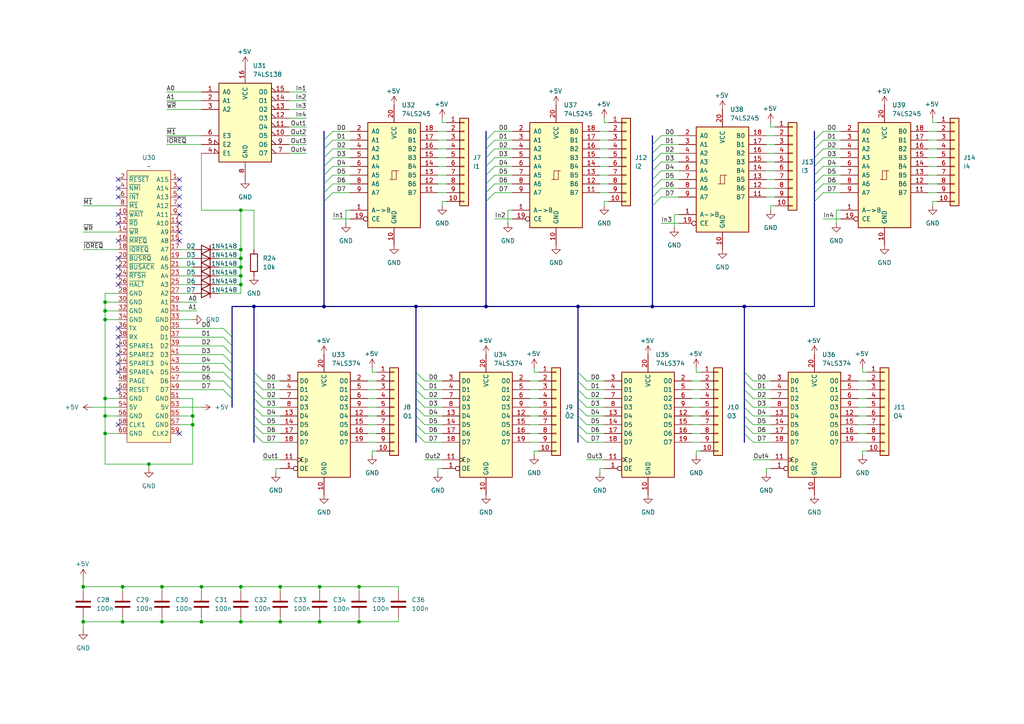
<source format=kicad_sch>
(kicad_sch (version 20231120) (generator "eeschema") (generator_version "8.0")
  (paper "A4")
  (lib_symbols
    (symbol "74xx:74LS138" (pin_names (offset 1.016))
      (property "Reference" "U" (at -7.62 11.43 0))
      (property "Value" "74LS138" (at -7.62 -13.97 0))
      (symbol "74LS138_1_0"
        (pin input line (at -12.7 7.62 0) (length 5.08) (name "A0") (number "1"))
        (pin output output_low (at 12.7 -5.08 180) (length 5.08) (name "O5") (number "10"))
        (pin output output_low (at 12.7 -2.54 180) (length 5.08) (name "O4") (number "11"))
        (pin output output_low (at 12.7 0 180) (length 5.08) (name "O3") (number "12"))
        (pin output output_low (at 12.7 2.54 180) (length 5.08) (name "O2") (number "13"))
        (pin output output_low (at 12.7 5.08 180) (length 5.08) (name "O1") (number "14"))
        (pin output output_low (at 12.7 7.62 180) (length 5.08) (name "O0") (number "15"))
        (pin power_in line (at 0 15.24 270) (length 5.08) (name "VCC") (number "16"))
        (pin input line (at -12.7 5.08 0) (length 5.08) (name "A1") (number "2"))
        (pin input line (at -12.7 2.54 0) (length 5.08) (name "A2") (number "3"))
        (pin input input_low (at -12.7 -10.16 0) (length 5.08) (name "E1") (number "4"))
        (pin input input_low (at -12.7 -7.62 0) (length 5.08) (name "E2") (number "5"))
        (pin input line (at -12.7 -5.08 0) (length 5.08) (name "E3") (number "6"))
        (pin output output_low (at 12.7 -10.16 180) (length 5.08) (name "O7") (number "7"))
        (pin power_in line (at 0 -17.78 90) (length 5.08) (name "GND") (number "8"))
        (pin output output_low (at 12.7 -7.62 180) (length 5.08) (name "O6") (number "9"))
      )
    )
    (symbol "74xx:74LS245" (pin_names (offset 1.016))
      (property "Reference" "U" (at -7.62 16.51 0))
      (property "Value" "74LS245" (at -7.62 -16.51 0))
      (symbol "74LS245_1_0"
        (pin input line (at -12.7 -10.16 0) (length 5.08) (name "A->B") (number "1"))
        (pin power_in line (at 0 -20.32 90) (length 5.08) (name "GND") (number "10"))
        (pin tri_state line (at 12.7 -5.08 180) (length 5.08) (name "B7") (number "11"))
        (pin tri_state line (at 12.7 -2.54 180) (length 5.08) (name "B6") (number "12"))
        (pin tri_state line (at 12.7 0 180) (length 5.08) (name "B5") (number "13"))
        (pin tri_state line (at 12.7 2.54 180) (length 5.08) (name "B4") (number "14"))
        (pin tri_state line (at 12.7 5.08 180) (length 5.08) (name "B3") (number "15"))
        (pin tri_state line (at 12.7 7.62 180) (length 5.08) (name "B2") (number "16"))
        (pin tri_state line (at 12.7 10.16 180) (length 5.08) (name "B1") (number "17"))
        (pin tri_state line (at 12.7 12.7 180) (length 5.08) (name "B0") (number "18"))
        (pin input inverted (at -12.7 -12.7 0) (length 5.08) (name "CE") (number "19"))
        (pin tri_state line (at -12.7 12.7 0) (length 5.08) (name "A0") (number "2"))
        (pin power_in line (at 0 20.32 270) (length 5.08) (name "VCC") (number "20"))
        (pin tri_state line (at -12.7 10.16 0) (length 5.08) (name "A1") (number "3"))
        (pin tri_state line (at -12.7 7.62 0) (length 5.08) (name "A2") (number "4"))
        (pin tri_state line (at -12.7 5.08 0) (length 5.08) (name "A3") (number "5"))
        (pin tri_state line (at -12.7 2.54 0) (length 5.08) (name "A4") (number "6"))
        (pin tri_state line (at -12.7 0 0) (length 5.08) (name "A5") (number "7"))
        (pin tri_state line (at -12.7 -2.54 0) (length 5.08) (name "A6") (number "8"))
        (pin tri_state line (at -12.7 -5.08 0) (length 5.08) (name "A7") (number "9"))
      )
    )
    (symbol "74xx:74LS374"
      (property "Reference" "U" (at -7.62 16.51 0))
      (property "Value" "74LS374" (at -7.62 -16.51 0))
      (symbol "74LS374_1_0"
        (pin input inverted (at -12.7 -12.7 0) (length 5.08) (name "OE") (number "1"))
        (pin power_in line (at 0 -20.32 90) (length 5.08) (name "GND") (number "10"))
        (pin input clock (at -12.7 -10.16 0) (length 5.08) (name "Cp") (number "11"))
        (pin tri_state line (at 12.7 2.54 180) (length 5.08) (name "O4") (number "12"))
        (pin input line (at -12.7 2.54 0) (length 5.08) (name "D4") (number "13"))
        (pin input line (at -12.7 0 0) (length 5.08) (name "D5") (number "14"))
        (pin tri_state line (at 12.7 0 180) (length 5.08) (name "O5") (number "15"))
        (pin tri_state line (at 12.7 -2.54 180) (length 5.08) (name "O6") (number "16"))
        (pin input line (at -12.7 -2.54 0) (length 5.08) (name "D6") (number "17"))
        (pin input line (at -12.7 -5.08 0) (length 5.08) (name "D7") (number "18"))
        (pin tri_state line (at 12.7 -5.08 180) (length 5.08) (name "O7") (number "19"))
        (pin tri_state line (at 12.7 12.7 180) (length 5.08) (name "O0") (number "2"))
        (pin power_in line (at 0 20.32 270) (length 5.08) (name "VCC") (number "20"))
        (pin input line (at -12.7 12.7 0) (length 5.08) (name "D0") (number "3"))
        (pin input line (at -12.7 10.16 0) (length 5.08) (name "D1") (number "4"))
        (pin tri_state line (at 12.7 10.16 180) (length 5.08) (name "O1") (number "5"))
        (pin tri_state line (at 12.7 7.62 180) (length 5.08) (name "O2") (number "6"))
        (pin input line (at -12.7 7.62 0) (length 5.08) (name "D2") (number "7"))
        (pin input line (at -12.7 5.08 0) (length 5.08) (name "D3") (number "8"))
        (pin tri_state line (at 12.7 5.08 180) (length 5.08) (name "O3") (number "9"))
      )
    )
    (symbol "Connector_Generic:Conn_01x10" (pin_names (offset 1.016) hide)
      (property "Reference" "J" (at 0 12.7 0))
      (property "Value" "Conn_01x10" (at 0 -15.24 0))
      (symbol "Conn_01x10_1_1"
        (pin passive line (at -5.08 10.16 0) (length 3.81) (name "Pin_1") (number "1"))
        (pin passive line (at -5.08 -12.7 0) (length 3.81) (name "Pin_10") (number "10"))
        (pin passive line (at -5.08 7.62 0) (length 3.81) (name "Pin_2") (number "2"))
        (pin passive line (at -5.08 5.08 0) (length 3.81) (name "Pin_3") (number "3"))
        (pin passive line (at -5.08 2.54 0) (length 3.81) (name "Pin_4") (number "4"))
        (pin passive line (at -5.08 0 0) (length 3.81) (name "Pin_5") (number "5"))
        (pin passive line (at -5.08 -2.54 0) (length 3.81) (name "Pin_6") (number "6"))
        (pin passive line (at -5.08 -5.08 0) (length 3.81) (name "Pin_7") (number "7"))
        (pin passive line (at -5.08 -7.62 0) (length 3.81) (name "Pin_8") (number "8"))
        (pin passive line (at -5.08 -10.16 0) (length 3.81) (name "Pin_9") (number "9"))
      )
    )
    (symbol "Device:C" (pin_numbers hide) (pin_names (offset 0.254))
      (property "Reference" "C" (at 0.635 2.54 0))
      (property "Value" "C" (at 0.635 -2.54 0))
      (symbol "C_1_1"
        (pin passive line (at 0 3.81 270) (length 2.794) (name "~") (number "1"))
        (pin passive line (at 0 -3.81 90) (length 2.794) (name "~") (number "2"))
      )
    )
    (symbol "Device:R" (pin_numbers hide) (pin_names (offset 0))
      (property "Reference" "R" (at 2.032 0 90))
      (property "Value" "R" (at 0 0 90))
      (symbol "R_1_1"
        (pin passive line (at 0 3.81 270) (length 1.27) (name "~") (number "1"))
        (pin passive line (at 0 -3.81 90) (length 1.27) (name "~") (number "2"))
      )
    )
    (symbol "Diode:1N4148" (pin_numbers hide) (pin_names hide)
      (property "Reference" "D" (at 0 2.54 0))
      (property "Value" "1N4148" (at 0 -2.54 0))
      (symbol "1N4148_1_1"
        (pin passive line (at -3.81 0 0) (length 2.54) (name "K") (number "1"))
        (pin passive line (at 3.81 0 180) (length 2.54) (name "A") (number "2"))
      )
    )
    (symbol "power:+5V" (power) (pin_numbers hide) (pin_names (offset 0) hide)
      (property "Value" "+5V" (at 0 3.556 0))
      (symbol "+5V_1_1"
        (pin power_in line (at 0 0 90) (length 0) (name "~") (number "1"))
      )
    )
    (symbol "power:GND" (power) (pin_numbers hide) (pin_names (offset 0) hide)
      (property "Value" "GND" (at 0 -3.81 0))
      (symbol "GND_1_1"
        (pin power_in line (at 0 0 270) (length 0) (name "~") (number "1"))
      )
    )
    (symbol "rc2014:Busconnector"
      (property "Reference" "U" (at 0 48.514 0))
      (symbol "Busconnector_1_1"
        (pin bidirectional line (at -8.89 44.45 0) (length 2.54) (name "A15") (number "1"))
        (pin bidirectional line (at 8.89 34.29 180) (length 2.54) (name "~{WAIT}") (number "10"))
        (pin bidirectional line (at -8.89 31.75 0) (length 2.54) (name "A10") (number "11"))
        (pin bidirectional line (at 8.89 31.75 180) (length 2.54) (name "~{RD}") (number "12"))
        (pin bidirectional line (at -8.89 29.21 0) (length 2.54) (name "A9") (number "13"))
        (pin bidirectional line (at 8.89 29.21 180) (length 2.54) (name "~{WR}") (number "14"))
        (pin bidirectional line (at -8.89 26.67 0) (length 2.54) (name "A8") (number "15"))
        (pin bidirectional line (at 8.89 26.67 180) (length 2.54) (name "~{MREQ}") (number "16"))
        (pin bidirectional line (at -8.89 24.13 0) (length 2.54) (name "A7") (number "17"))
        (pin bidirectional line (at 8.89 24.13 180) (length 2.54) (name "~{IOREQ}") (number "18"))
        (pin bidirectional line (at -8.89 21.59 0) (length 2.54) (name "A6") (number "19"))
        (pin bidirectional line (at 8.89 44.45 180) (length 2.54) (name "~{RESET}") (number "2"))
        (pin bidirectional line (at 8.89 21.59 180) (length 2.54) (name "~{BUSRQ}") (number "20"))
        (pin bidirectional line (at -8.89 19.05 0) (length 2.54) (name "A5") (number "21"))
        (pin bidirectional line (at 8.89 19.05 180) (length 2.54) (name "~{BUSACK}") (number "22"))
        (pin bidirectional line (at -8.89 16.51 0) (length 2.54) (name "A4") (number "23"))
        (pin bidirectional line (at 8.89 16.51 180) (length 2.54) (name "~{RFSH}") (number "24"))
        (pin bidirectional line (at -8.89 13.97 0) (length 2.54) (name "A3") (number "25"))
        (pin bidirectional line (at 8.89 13.97 180) (length 2.54) (name "~{HALT}") (number "26"))
        (pin bidirectional line (at -8.89 11.43 0) (length 2.54) (name "A2") (number "27"))
        (pin power_in line (at 8.89 11.43 180) (length 2.54) (name "GND") (number "28"))
        (pin bidirectional line (at -8.89 8.89 0) (length 2.54) (name "A1") (number "29"))
        (pin bidirectional line (at -8.89 41.91 0) (length 2.54) (name "A14") (number "3"))
        (pin power_in line (at 8.89 8.89 180) (length 2.54) (name "GND") (number "30"))
        (pin bidirectional line (at -8.89 6.35 0) (length 2.54) (name "A0") (number "31"))
        (pin power_in line (at 8.89 6.35 180) (length 2.54) (name "GND") (number "32"))
        (pin power_in line (at -8.89 3.81 0) (length 2.54) (name "GND") (number "33"))
        (pin power_in line (at 8.89 3.81 180) (length 2.54) (name "GND") (number "34"))
        (pin bidirectional line (at -8.89 1.27 0) (length 2.54) (name "D0") (number "35"))
        (pin bidirectional line (at 8.89 1.27 180) (length 2.54) (name "TX") (number "36"))
        (pin bidirectional line (at -8.89 -1.27 0) (length 2.54) (name "D1") (number "37"))
        (pin bidirectional line (at 8.89 -1.27 180) (length 2.54) (name "RX") (number "38"))
        (pin bidirectional line (at -8.89 -3.81 0) (length 2.54) (name "D2") (number "39"))
        (pin bidirectional line (at 8.89 41.91 180) (length 2.54) (name "~{NMI}") (number "4"))
        (pin bidirectional line (at 8.89 -3.81 180) (length 2.54) (name "SPARE1") (number "40"))
        (pin bidirectional line (at -8.89 -6.35 0) (length 2.54) (name "D3") (number "41"))
        (pin bidirectional line (at 8.89 -6.35 180) (length 2.54) (name "SPARE2") (number "42"))
        (pin bidirectional line (at -8.89 -8.89 0) (length 2.54) (name "D4") (number "43"))
        (pin bidirectional line (at 8.89 -8.89 180) (length 2.54) (name "SPARE3") (number "44"))
        (pin bidirectional line (at -8.89 -11.43 0) (length 2.54) (name "D5") (number "45"))
        (pin bidirectional line (at 8.89 -11.43 180) (length 2.54) (name "SPARE4") (number "46"))
        (pin bidirectional line (at -8.89 -13.97 0) (length 2.54) (name "D6") (number "47"))
        (pin bidirectional line (at 8.89 -13.97 180) (length 2.54) (name "PAGE") (number "48"))
        (pin bidirectional line (at -8.89 -16.51 0) (length 2.54) (name "D7") (number "49"))
        (pin bidirectional line (at -8.89 39.37 0) (length 2.54) (name "A13") (number "5"))
        (pin bidirectional line (at 8.89 -16.51 180) (length 2.54) (name "RESET") (number "50"))
        (pin power_out line (at -8.89 -19.05 0) (length 2.54) (name "GND") (number "51"))
        (pin power_in line (at 8.89 -19.05 180) (length 2.54) (name "GND") (number "52"))
        (pin power_out line (at -8.89 -21.59 0) (length 2.54) (name "5V") (number "53"))
        (pin power_in line (at 8.89 -21.59 180) (length 2.54) (name "5V") (number "54"))
        (pin power_in line (at -8.89 -24.13 0) (length 2.54) (name "GND") (number "55"))
        (pin power_in line (at 8.89 -24.13 180) (length 2.54) (name "GND") (number "56"))
        (pin power_in line (at -8.89 -26.67 0) (length 2.54) (name "GND") (number "57"))
        (pin bidirectional line (at 8.89 -26.67 180) (length 2.54) (name "CLK1") (number "58"))
        (pin bidirectional line (at -8.89 -29.21 0) (length 2.54) (name "CLK2") (number "59"))
        (pin bidirectional line (at 8.89 39.37 180) (length 2.54) (name "~{INT}") (number "6"))
        (pin power_in line (at 8.89 -29.21 180) (length 2.54) (name "GND") (number "60"))
        (pin bidirectional line (at -8.89 36.83 0) (length 2.54) (name "A12") (number "7"))
        (pin bidirectional line (at 8.89 36.83 180) (length 2.54) (name "~{M1}") (number "8"))
        (pin bidirectional line (at -8.89 34.29 0) (length 2.54) (name "A11") (number "9"))
      )
    )
  )
  (junction (at 69.85 180.34))
  (junction (at 30.48 115.57))
  (junction (at 104.14 170.18))
  (junction (at 81.28 180.34))
  (junction (at 30.48 125.73))
  (junction (at 55.88 123.19))
  (junction (at 35.56 180.34))
  (junction (at 30.48 120.65))
  (junction (at 55.88 120.65))
  (junction (at 167.64 88.9))
  (junction (at 69.85 72.39))
  (junction (at 189.23 88.9))
  (junction (at 24.13 170.18))
  (junction (at 46.99 170.18))
  (junction (at 69.85 77.47))
  (junction (at 30.48 90.17))
  (junction (at 69.85 74.93))
  (junction (at 58.42 170.18))
  (junction (at 93.98 88.9))
  (junction (at 69.85 170.18))
  (junction (at 215.9 88.9))
  (junction (at 24.13 180.34))
  (junction (at 81.28 170.18))
  (junction (at 30.48 92.71))
  (junction (at 30.48 87.63))
  (junction (at 73.66 88.9))
  (junction (at 140.97 88.9))
  (junction (at 120.65 88.9))
  (junction (at 92.71 170.18))
  (junction (at 43.18 134.62))
  (junction (at 35.56 170.18))
  (junction (at 104.14 180.34))
  (junction (at 92.71 180.34))
  (junction (at 69.85 80.01))
  (junction (at 69.85 82.55))
  (junction (at 69.85 60.96))
  (junction (at 58.42 180.34))
  (junction (at 46.99 180.34))
  (no_connect (at 34.29 74.93))
  (no_connect (at 52.07 59.69))
  (no_connect (at 34.29 54.61))
  (no_connect (at 52.07 52.07))
  (no_connect (at 34.29 97.79))
  (no_connect (at 34.29 107.95))
  (no_connect (at 34.29 80.01))
  (no_connect (at 34.29 69.85))
  (no_connect (at 34.29 57.15))
  (no_connect (at 34.29 62.23))
  (no_connect (at 34.29 105.41))
  (no_connect (at 34.29 82.55))
  (no_connect (at 52.07 64.77))
  (no_connect (at 52.07 125.73))
  (no_connect (at 52.07 57.15))
  (no_connect (at 34.29 102.87))
  (no_connect (at 52.07 67.31))
  (no_connect (at 34.29 100.33))
  (no_connect (at 34.29 52.07))
  (no_connect (at 52.07 54.61))
  (no_connect (at 34.29 64.77))
  (no_connect (at 34.29 77.47))
  (no_connect (at 34.29 123.19))
  (no_connect (at 52.07 62.23))
  (no_connect (at 52.07 69.85))
  (no_connect (at 34.29 95.25))
  (no_connect (at 34.29 113.03))
  (bus_entry (at 218.44 115.57) (size -2.54 -2.54))
  (bus_entry (at 143.51 45.72) (size -2.54 2.54))
  (bus_entry (at 170.18 123.19) (size -2.54 -2.54))
  (bus_entry (at 170.18 120.65) (size -2.54 -2.54))
  (bus_entry (at 143.51 55.88) (size -2.54 2.54))
  (bus_entry (at 143.51 43.18) (size -2.54 2.54))
  (bus_entry (at 218.44 128.27) (size -2.54 -2.54))
  (bus_entry (at 96.52 53.34) (size -2.54 2.54))
  (bus_entry (at 238.76 45.72) (size -2.54 2.54))
  (bus_entry (at 64.77 110.49) (size 2.54 2.54))
  (bus_entry (at 218.44 118.11) (size -2.54 -2.54))
  (bus_entry (at 238.76 38.1) (size -2.54 2.54))
  (bus_entry (at 96.52 55.88) (size -2.54 2.54))
  (bus_entry (at 123.19 125.73) (size -2.54 -2.54))
  (bus_entry (at 170.18 110.49) (size -2.54 -2.54))
  (bus_entry (at 143.51 40.64) (size -2.54 2.54))
  (bus_entry (at 238.76 50.8) (size -2.54 2.54))
  (bus_entry (at 64.77 102.87) (size 2.54 2.54))
  (bus_entry (at 218.44 113.03) (size -2.54 -2.54))
  (bus_entry (at 218.44 120.65) (size -2.54 -2.54))
  (bus_entry (at 191.77 41.91) (size -2.54 2.54))
  (bus_entry (at 123.19 113.03) (size -2.54 -2.54))
  (bus_entry (at 96.52 48.26) (size -2.54 2.54))
  (bus_entry (at 123.19 115.57) (size -2.54 -2.54))
  (bus_entry (at 170.18 118.11) (size -2.54 -2.54))
  (bus_entry (at 218.44 110.49) (size -2.54 -2.54))
  (bus_entry (at 143.51 53.34) (size -2.54 2.54))
  (bus_entry (at 76.2 125.73) (size -2.54 -2.54))
  (bus_entry (at 123.19 123.19) (size -2.54 -2.54))
  (bus_entry (at 64.77 97.79) (size 2.54 2.54))
  (bus_entry (at 191.77 44.45) (size -2.54 2.54))
  (bus_entry (at 170.18 128.27) (size -2.54 -2.54))
  (bus_entry (at 238.76 53.34) (size -2.54 2.54))
  (bus_entry (at 64.77 100.33) (size 2.54 2.54))
  (bus_entry (at 76.2 110.49) (size -2.54 -2.54))
  (bus_entry (at 76.2 128.27) (size -2.54 -2.54))
  (bus_entry (at 238.76 43.18) (size -2.54 2.54))
  (bus_entry (at 96.52 45.72) (size -2.54 2.54))
  (bus_entry (at 191.77 57.15) (size -2.54 2.54))
  (bus_entry (at 191.77 46.99) (size -2.54 2.54))
  (bus_entry (at 76.2 113.03) (size -2.54 -2.54))
  (bus_entry (at 143.51 48.26) (size -2.54 2.54))
  (bus_entry (at 143.51 50.8) (size -2.54 2.54))
  (bus_entry (at 218.44 123.19) (size -2.54 -2.54))
  (bus_entry (at 76.2 123.19) (size -2.54 -2.54))
  (bus_entry (at 123.19 110.49) (size -2.54 -2.54))
  (bus_entry (at 123.19 128.27) (size -2.54 -2.54))
  (bus_entry (at 64.77 107.95) (size 2.54 2.54))
  (bus_entry (at 96.52 38.1) (size -2.54 2.54))
  (bus_entry (at 191.77 49.53) (size -2.54 2.54))
  (bus_entry (at 64.77 95.25) (size 2.54 2.54))
  (bus_entry (at 96.52 50.8) (size -2.54 2.54))
  (bus_entry (at 123.19 118.11) (size -2.54 -2.54))
  (bus_entry (at 143.51 38.1) (size -2.54 2.54))
  (bus_entry (at 123.19 120.65) (size -2.54 -2.54))
  (bus_entry (at 64.77 113.03) (size 2.54 2.54))
  (bus_entry (at 170.18 113.03) (size -2.54 -2.54))
  (bus_entry (at 191.77 52.07) (size -2.54 2.54))
  (bus_entry (at 191.77 54.61) (size -2.54 2.54))
  (bus_entry (at 238.76 48.26) (size -2.54 2.54))
  (bus_entry (at 64.77 105.41) (size 2.54 2.54))
  (bus_entry (at 170.18 115.57) (size -2.54 -2.54))
  (bus_entry (at 238.76 40.64) (size -2.54 2.54))
  (bus_entry (at 96.52 43.18) (size -2.54 2.54))
  (bus_entry (at 170.18 125.73) (size -2.54 -2.54))
  (bus_entry (at 76.2 120.65) (size -2.54 -2.54))
  (bus_entry (at 76.2 115.57) (size -2.54 -2.54))
  (bus_entry (at 96.52 40.64) (size -2.54 2.54))
  (bus_entry (at 218.44 125.73) (size -2.54 -2.54))
  (bus_entry (at 238.76 55.88) (size -2.54 2.54))
  (bus_entry (at 191.77 39.37) (size -2.54 2.54))
  (bus_entry (at 76.2 118.11) (size -2.54 -2.54))
  (wire (pts (xy 128.27 35.56) (xy 129.54 35.56)))
  (wire (pts (xy 63.5 82.55) (xy 69.85 82.55)))
  (wire (pts (xy 34.29 72.39) (xy 24.13 72.39)))
  (wire (pts (xy 175.26 113.03) (xy 170.18 113.03)))
  (wire (pts (xy 173.99 50.8) (xy 176.53 50.8)))
  (wire (pts (xy 96.52 63.5) (xy 101.6 63.5)))
  (wire (pts (xy 92.71 170.18) (xy 92.71 171.45)))
  (wire (pts (xy 58.42 170.18) (xy 58.42 171.45)))
  (wire (pts (xy 69.85 60.96) (xy 73.66 60.96)))
  (wire (pts (xy 81.28 179.07) (xy 81.28 180.34)))
  (wire (pts (xy 69.85 80.01) (xy 69.85 77.47)))
  (wire (pts (xy 223.52 35.56) (xy 223.52 36.83)))
  (wire (pts (xy 58.42 118.11) (xy 52.07 118.11)))
  (wire (pts (xy 128.27 34.29) (xy 128.27 35.56)))
  (wire (pts (xy 128.27 120.65) (xy 123.19 120.65)))
  (bus (pts (xy 73.66 123.19) (xy 73.66 125.73)))
  (wire (pts (xy 35.56 180.34) (xy 24.13 180.34)))
  (wire (pts (xy 34.29 90.17) (xy 30.48 90.17)))
  (wire (pts (xy 271.78 58.42) (xy 270.51 58.42)))
  (wire (pts (xy 81.28 113.03) (xy 76.2 113.03)))
  (bus (pts (xy 140.97 88.9) (xy 167.64 88.9)))
  (wire (pts (xy 175.26 118.11) (xy 170.18 118.11)))
  (wire (pts (xy 248.92 123.19) (xy 251.46 123.19)))
  (wire (pts (xy 69.85 72.39) (xy 69.85 60.96)))
  (wire (pts (xy 101.6 40.64) (xy 96.52 40.64)))
  (wire (pts (xy 251.46 130.81) (xy 250.19 130.81)))
  (wire (pts (xy 81.28 170.18) (xy 69.85 170.18)))
  (bus (pts (xy 167.64 115.57) (xy 167.64 118.11)))
  (wire (pts (xy 104.14 180.34) (xy 92.71 180.34)))
  (wire (pts (xy 270.51 58.42) (xy 270.51 59.69)))
  (bus (pts (xy 167.64 118.11) (xy 167.64 120.65)))
  (wire (pts (xy 269.24 43.18) (xy 271.78 43.18)))
  (wire (pts (xy 69.85 60.96) (xy 58.42 60.96)))
  (wire (pts (xy 81.28 128.27) (xy 76.2 128.27)))
  (wire (pts (xy 196.85 49.53) (xy 191.77 49.53)))
  (wire (pts (xy 153.67 110.49) (xy 156.21 110.49)))
  (wire (pts (xy 34.29 87.63) (xy 30.48 87.63)))
  (wire (pts (xy 24.13 170.18) (xy 24.13 171.45)))
  (bus (pts (xy 189.23 46.99) (xy 189.23 49.53)))
  (wire (pts (xy 175.26 34.29) (xy 175.26 35.56)))
  (wire (pts (xy 242.57 60.96) (xy 242.57 64.77)))
  (wire (pts (xy 269.24 38.1) (xy 271.78 38.1)))
  (wire (pts (xy 196.85 57.15) (xy 191.77 57.15)))
  (wire (pts (xy 88.9 39.37) (xy 83.82 39.37)))
  (wire (pts (xy 106.68 120.65) (xy 109.22 120.65)))
  (wire (pts (xy 196.85 54.61) (xy 191.77 54.61)))
  (bus (pts (xy 140.97 58.42) (xy 140.97 88.9)))
  (bus (pts (xy 236.22 58.42) (xy 236.22 88.9)))
  (bus (pts (xy 93.98 50.8) (xy 93.98 53.34)))
  (bus (pts (xy 67.31 88.9) (xy 67.31 97.79)))
  (wire (pts (xy 243.84 40.64) (xy 238.76 40.64)))
  (bus (pts (xy 120.65 113.03) (xy 120.65 115.57)))
  (wire (pts (xy 52.07 80.01) (xy 55.88 80.01)))
  (wire (pts (xy 223.52 128.27) (xy 218.44 128.27)))
  (wire (pts (xy 153.67 123.19) (xy 156.21 123.19)))
  (wire (pts (xy 52.07 72.39) (xy 55.88 72.39)))
  (wire (pts (xy 243.84 50.8) (xy 238.76 50.8)))
  (wire (pts (xy 200.66 110.49) (xy 203.2 110.49)))
  (wire (pts (xy 243.84 43.18) (xy 238.76 43.18)))
  (wire (pts (xy 243.84 53.34) (xy 238.76 53.34)))
  (wire (pts (xy 34.29 125.73) (xy 30.48 125.73)))
  (wire (pts (xy 148.59 50.8) (xy 143.51 50.8)))
  (wire (pts (xy 58.42 39.37) (xy 48.26 39.37)))
  (wire (pts (xy 43.18 135.89) (xy 43.18 134.62)))
  (wire (pts (xy 248.92 110.49) (xy 251.46 110.49)))
  (bus (pts (xy 215.9 120.65) (xy 215.9 123.19)))
  (wire (pts (xy 52.07 105.41) (xy 64.77 105.41)))
  (wire (pts (xy 201.93 107.95) (xy 203.2 107.95)))
  (wire (pts (xy 175.26 115.57) (xy 170.18 115.57)))
  (wire (pts (xy 106.68 115.57) (xy 109.22 115.57)))
  (wire (pts (xy 69.85 180.34) (xy 58.42 180.34)))
  (wire (pts (xy 128.27 58.42) (xy 128.27 59.69)))
  (bus (pts (xy 67.31 97.79) (xy 67.31 100.33)))
  (wire (pts (xy 100.33 60.96) (xy 100.33 64.77)))
  (wire (pts (xy 106.68 113.03) (xy 109.22 113.03)))
  (wire (pts (xy 175.26 135.89) (xy 173.99 135.89)))
  (wire (pts (xy 88.9 29.21) (xy 83.82 29.21)))
  (wire (pts (xy 101.6 55.88) (xy 96.52 55.88)))
  (wire (pts (xy 30.48 87.63) (xy 30.48 90.17)))
  (wire (pts (xy 175.26 120.65) (xy 170.18 120.65)))
  (bus (pts (xy 189.23 41.91) (xy 189.23 44.45)))
  (wire (pts (xy 81.28 110.49) (xy 76.2 110.49)))
  (wire (pts (xy 248.92 120.65) (xy 251.46 120.65)))
  (wire (pts (xy 106.68 125.73) (xy 109.22 125.73)))
  (wire (pts (xy 101.6 53.34) (xy 96.52 53.34)))
  (bus (pts (xy 67.31 113.03) (xy 67.31 115.57)))
  (wire (pts (xy 148.59 45.72) (xy 143.51 45.72)))
  (wire (pts (xy 34.29 92.71) (xy 30.48 92.71)))
  (bus (pts (xy 93.98 38.1) (xy 93.98 40.64)))
  (bus (pts (xy 215.9 88.9) (xy 215.9 107.95)))
  (wire (pts (xy 76.2 133.35) (xy 81.28 133.35)))
  (wire (pts (xy 101.6 48.26) (xy 96.52 48.26)))
  (wire (pts (xy 173.99 40.64) (xy 176.53 40.64)))
  (wire (pts (xy 73.66 60.96) (xy 73.66 72.39)))
  (wire (pts (xy 196.85 39.37) (xy 191.77 39.37)))
  (wire (pts (xy 46.99 180.34) (xy 35.56 180.34)))
  (wire (pts (xy 191.77 64.77) (xy 196.85 64.77)))
  (wire (pts (xy 128.27 113.03) (xy 123.19 113.03)))
  (wire (pts (xy 35.56 179.07) (xy 35.56 180.34)))
  (wire (pts (xy 248.92 125.73) (xy 251.46 125.73)))
  (wire (pts (xy 101.6 38.1) (xy 96.52 38.1)))
  (bus (pts (xy 120.65 107.95) (xy 120.65 110.49)))
  (wire (pts (xy 238.76 63.5) (xy 243.84 63.5)))
  (wire (pts (xy 52.07 113.03) (xy 64.77 113.03)))
  (wire (pts (xy 173.99 135.89) (xy 173.99 137.16)))
  (wire (pts (xy 24.13 180.34) (xy 24.13 182.88)))
  (bus (pts (xy 140.97 43.18) (xy 140.97 45.72)))
  (bus (pts (xy 73.66 88.9) (xy 73.66 107.95)))
  (wire (pts (xy 173.99 45.72) (xy 176.53 45.72)))
  (wire (pts (xy 200.66 123.19) (xy 203.2 123.19)))
  (wire (pts (xy 175.26 58.42) (xy 175.26 59.69)))
  (wire (pts (xy 173.99 43.18) (xy 176.53 43.18)))
  (bus (pts (xy 120.65 115.57) (xy 120.65 118.11)))
  (wire (pts (xy 175.26 125.73) (xy 170.18 125.73)))
  (wire (pts (xy 34.29 120.65) (xy 30.48 120.65)))
  (wire (pts (xy 106.68 128.27) (xy 109.22 128.27)))
  (bus (pts (xy 189.23 52.07) (xy 189.23 54.61)))
  (bus (pts (xy 215.9 118.11) (xy 215.9 120.65)))
  (wire (pts (xy 88.9 41.91) (xy 83.82 41.91)))
  (wire (pts (xy 106.68 110.49) (xy 109.22 110.49)))
  (wire (pts (xy 269.24 55.88) (xy 271.78 55.88)))
  (wire (pts (xy 81.28 135.89) (xy 80.01 135.89)))
  (bus (pts (xy 215.9 113.03) (xy 215.9 115.57)))
  (wire (pts (xy 243.84 60.96) (xy 242.57 60.96)))
  (wire (pts (xy 176.53 58.42) (xy 175.26 58.42)))
  (bus (pts (xy 67.31 88.9) (xy 73.66 88.9)))
  (bus (pts (xy 120.65 88.9) (xy 140.97 88.9)))
  (wire (pts (xy 128.27 110.49) (xy 123.19 110.49)))
  (bus (pts (xy 236.22 50.8) (xy 236.22 53.34)))
  (bus (pts (xy 67.31 110.49) (xy 67.31 113.03)))
  (wire (pts (xy 52.07 92.71) (xy 55.88 92.71)))
  (bus (pts (xy 215.9 115.57) (xy 215.9 118.11)))
  (wire (pts (xy 46.99 179.07) (xy 46.99 180.34)))
  (wire (pts (xy 81.28 125.73) (xy 76.2 125.73)))
  (wire (pts (xy 46.99 170.18) (xy 46.99 171.45)))
  (wire (pts (xy 63.5 80.01) (xy 69.85 80.01)))
  (bus (pts (xy 73.66 110.49) (xy 73.66 113.03)))
  (wire (pts (xy 52.07 95.25) (xy 64.77 95.25)))
  (wire (pts (xy 128.27 123.19) (xy 123.19 123.19)))
  (wire (pts (xy 223.52 113.03) (xy 218.44 113.03)))
  (wire (pts (xy 109.22 130.81) (xy 107.95 130.81)))
  (bus (pts (xy 120.65 120.65) (xy 120.65 123.19)))
  (wire (pts (xy 153.67 120.65) (xy 156.21 120.65)))
  (wire (pts (xy 196.85 41.91) (xy 191.77 41.91)))
  (wire (pts (xy 58.42 41.91) (xy 48.26 41.91)))
  (wire (pts (xy 148.59 38.1) (xy 143.51 38.1)))
  (wire (pts (xy 222.25 57.15) (xy 224.79 57.15)))
  (wire (pts (xy 222.25 44.45) (xy 224.79 44.45)))
  (wire (pts (xy 196.85 46.99) (xy 191.77 46.99)))
  (wire (pts (xy 34.29 85.09) (xy 30.48 85.09)))
  (wire (pts (xy 30.48 90.17) (xy 30.48 92.71)))
  (wire (pts (xy 92.71 170.18) (xy 81.28 170.18)))
  (wire (pts (xy 81.28 120.65) (xy 76.2 120.65)))
  (wire (pts (xy 88.9 36.83) (xy 83.82 36.83)))
  (wire (pts (xy 55.88 120.65) (xy 52.07 120.65)))
  (wire (pts (xy 101.6 43.18) (xy 96.52 43.18)))
  (wire (pts (xy 92.71 180.34) (xy 81.28 180.34)))
  (wire (pts (xy 170.18 133.35) (xy 175.26 133.35)))
  (wire (pts (xy 129.54 58.42) (xy 128.27 58.42)))
  (bus (pts (xy 236.22 55.88) (xy 236.22 58.42)))
  (bus (pts (xy 236.22 53.34) (xy 236.22 55.88)))
  (wire (pts (xy 52.07 87.63) (xy 57.15 87.63)))
  (wire (pts (xy 200.66 115.57) (xy 203.2 115.57)))
  (wire (pts (xy 153.67 125.73) (xy 156.21 125.73)))
  (bus (pts (xy 140.97 38.1) (xy 140.97 40.64)))
  (wire (pts (xy 30.48 92.71) (xy 30.48 115.57)))
  (wire (pts (xy 222.25 49.53) (xy 224.79 49.53)))
  (bus (pts (xy 93.98 40.64) (xy 93.98 43.18)))
  (wire (pts (xy 58.42 44.45) (xy 58.42 60.96)))
  (wire (pts (xy 223.52 123.19) (xy 218.44 123.19)))
  (bus (pts (xy 93.98 53.34) (xy 93.98 55.88)))
  (wire (pts (xy 148.59 40.64) (xy 143.51 40.64)))
  (bus (pts (xy 215.9 107.95) (xy 215.9 110.49)))
  (wire (pts (xy 52.07 77.47) (xy 55.88 77.47)))
  (wire (pts (xy 175.26 110.49) (xy 170.18 110.49)))
  (wire (pts (xy 30.48 125.73) (xy 30.48 134.62)))
  (wire (pts (xy 222.25 135.89) (xy 222.25 137.16)))
  (bus (pts (xy 236.22 38.1) (xy 236.22 40.64)))
  (wire (pts (xy 48.26 26.67) (xy 58.42 26.67)))
  (wire (pts (xy 92.71 179.07) (xy 92.71 180.34)))
  (bus (pts (xy 120.65 118.11) (xy 120.65 120.65)))
  (bus (pts (xy 167.64 88.9) (xy 189.23 88.9)))
  (bus (pts (xy 73.66 113.03) (xy 73.66 115.57)))
  (wire (pts (xy 81.28 115.57) (xy 76.2 115.57)))
  (bus (pts (xy 73.66 88.9) (xy 93.98 88.9)))
  (wire (pts (xy 52.07 102.87) (xy 64.77 102.87)))
  (wire (pts (xy 128.27 115.57) (xy 123.19 115.57)))
  (wire (pts (xy 200.66 125.73) (xy 203.2 125.73)))
  (wire (pts (xy 243.84 38.1) (xy 238.76 38.1)))
  (wire (pts (xy 52.07 85.09) (xy 55.88 85.09)))
  (bus (pts (xy 189.23 49.53) (xy 189.23 52.07)))
  (wire (pts (xy 175.26 35.56) (xy 176.53 35.56)))
  (bus (pts (xy 236.22 43.18) (xy 236.22 45.72)))
  (wire (pts (xy 200.66 120.65) (xy 203.2 120.65)))
  (wire (pts (xy 81.28 123.19) (xy 76.2 123.19)))
  (wire (pts (xy 106.68 118.11) (xy 109.22 118.11)))
  (bus (pts (xy 189.23 57.15) (xy 189.23 59.69)))
  (bus (pts (xy 167.64 113.03) (xy 167.64 115.57)))
  (wire (pts (xy 69.85 170.18) (xy 69.85 171.45)))
  (wire (pts (xy 69.85 170.18) (xy 58.42 170.18)))
  (wire (pts (xy 88.9 44.45) (xy 83.82 44.45)))
  (bus (pts (xy 236.22 48.26) (xy 236.22 50.8)))
  (bus (pts (xy 93.98 48.26) (xy 93.98 50.8)))
  (wire (pts (xy 63.5 77.47) (xy 69.85 77.47)))
  (wire (pts (xy 55.88 123.19) (xy 55.88 120.65)))
  (wire (pts (xy 222.25 41.91) (xy 224.79 41.91)))
  (wire (pts (xy 104.14 170.18) (xy 92.71 170.18)))
  (wire (pts (xy 218.44 133.35) (xy 223.52 133.35)))
  (wire (pts (xy 34.29 118.11) (xy 26.67 118.11)))
  (bus (pts (xy 73.66 118.11) (xy 73.66 120.65)))
  (wire (pts (xy 127 40.64) (xy 129.54 40.64)))
  (wire (pts (xy 58.42 179.07) (xy 58.42 180.34)))
  (wire (pts (xy 143.51 63.5) (xy 148.59 63.5)))
  (wire (pts (xy 52.07 82.55) (xy 55.88 82.55)))
  (wire (pts (xy 58.42 170.18) (xy 46.99 170.18)))
  (wire (pts (xy 30.48 85.09) (xy 30.48 87.63)))
  (wire (pts (xy 154.94 107.95) (xy 156.21 107.95)))
  (wire (pts (xy 55.88 120.65) (xy 55.88 115.57)))
  (wire (pts (xy 24.13 179.07) (xy 24.13 180.34)))
  (bus (pts (xy 215.9 88.9) (xy 236.22 88.9)))
  (wire (pts (xy 30.48 134.62) (xy 43.18 134.62)))
  (wire (pts (xy 43.18 134.62) (xy 55.88 134.62)))
  (wire (pts (xy 224.79 59.69) (xy 223.52 59.69)))
  (wire (pts (xy 269.24 48.26) (xy 271.78 48.26)))
  (bus (pts (xy 140.97 40.64) (xy 140.97 43.18)))
  (wire (pts (xy 107.95 107.95) (xy 109.22 107.95)))
  (wire (pts (xy 52.07 100.33) (xy 64.77 100.33)))
  (wire (pts (xy 223.52 36.83) (xy 224.79 36.83)))
  (wire (pts (xy 270.51 35.56) (xy 271.78 35.56)))
  (wire (pts (xy 201.93 130.81) (xy 201.93 132.08)))
  (bus (pts (xy 167.64 107.95) (xy 167.64 110.49)))
  (bus (pts (xy 140.97 55.88) (xy 140.97 58.42)))
  (bus (pts (xy 140.97 53.34) (xy 140.97 55.88)))
  (wire (pts (xy 223.52 135.89) (xy 222.25 135.89)))
  (bus (pts (xy 120.65 110.49) (xy 120.65 113.03)))
  (wire (pts (xy 34.29 59.69) (xy 24.13 59.69)))
  (wire (pts (xy 63.5 74.93) (xy 69.85 74.93)))
  (wire (pts (xy 69.85 74.93) (xy 69.85 72.39)))
  (wire (pts (xy 104.14 179.07) (xy 104.14 180.34)))
  (wire (pts (xy 48.26 29.21) (xy 58.42 29.21)))
  (wire (pts (xy 24.13 167.64) (xy 24.13 170.18)))
  (wire (pts (xy 55.88 134.62) (xy 55.88 123.19)))
  (wire (pts (xy 69.85 85.09) (xy 69.85 82.55)))
  (bus (pts (xy 93.98 43.18) (xy 93.98 45.72)))
  (wire (pts (xy 223.52 125.73) (xy 218.44 125.73)))
  (wire (pts (xy 101.6 50.8) (xy 96.52 50.8)))
  (wire (pts (xy 223.52 115.57) (xy 218.44 115.57)))
  (wire (pts (xy 52.07 90.17) (xy 57.15 90.17)))
  (wire (pts (xy 243.84 45.72) (xy 238.76 45.72)))
  (wire (pts (xy 196.85 44.45) (xy 191.77 44.45)))
  (wire (pts (xy 127 135.89) (xy 127 137.16)))
  (wire (pts (xy 128.27 128.27) (xy 123.19 128.27)))
  (wire (pts (xy 148.59 60.96) (xy 147.32 60.96)))
  (wire (pts (xy 223.52 59.69) (xy 223.52 60.96)))
  (wire (pts (xy 148.59 53.34) (xy 143.51 53.34)))
  (bus (pts (xy 140.97 45.72) (xy 140.97 48.26)))
  (bus (pts (xy 120.65 88.9) (xy 120.65 107.95)))
  (bus (pts (xy 73.66 107.95) (xy 73.66 110.49)))
  (wire (pts (xy 58.42 31.75) (xy 48.26 31.75)))
  (wire (pts (xy 127 50.8) (xy 129.54 50.8)))
  (wire (pts (xy 55.88 123.19) (xy 52.07 123.19)))
  (bus (pts (xy 140.97 48.26) (xy 140.97 50.8)))
  (wire (pts (xy 269.24 40.64) (xy 271.78 40.64)))
  (wire (pts (xy 175.26 123.19) (xy 170.18 123.19)))
  (wire (pts (xy 115.57 180.34) (xy 104.14 180.34)))
  (bus (pts (xy 120.65 123.19) (xy 120.65 125.73)))
  (bus (pts (xy 140.97 50.8) (xy 140.97 53.34)))
  (wire (pts (xy 52.07 97.79) (xy 64.77 97.79)))
  (wire (pts (xy 81.28 180.34) (xy 69.85 180.34)))
  (wire (pts (xy 153.67 118.11) (xy 156.21 118.11)))
  (wire (pts (xy 63.5 85.09) (xy 69.85 85.09)))
  (wire (pts (xy 88.9 31.75) (xy 83.82 31.75)))
  (wire (pts (xy 200.66 128.27) (xy 203.2 128.27)))
  (wire (pts (xy 248.92 118.11) (xy 251.46 118.11)))
  (wire (pts (xy 107.95 106.68) (xy 107.95 107.95)))
  (wire (pts (xy 175.26 128.27) (xy 170.18 128.27)))
  (wire (pts (xy 101.6 60.96) (xy 100.33 60.96)))
  (wire (pts (xy 35.56 170.18) (xy 35.56 171.45)))
  (wire (pts (xy 269.24 50.8) (xy 271.78 50.8)))
  (wire (pts (xy 153.67 128.27) (xy 156.21 128.27)))
  (wire (pts (xy 250.19 107.95) (xy 251.46 107.95)))
  (bus (pts (xy 73.66 125.73) (xy 73.66 128.27)))
  (bus (pts (xy 167.64 123.19) (xy 167.64 125.73)))
  (wire (pts (xy 127 43.18) (xy 129.54 43.18)))
  (wire (pts (xy 248.92 113.03) (xy 251.46 113.03)))
  (bus (pts (xy 167.64 125.73) (xy 167.64 128.27)))
  (wire (pts (xy 35.56 170.18) (xy 24.13 170.18)))
  (wire (pts (xy 203.2 130.81) (xy 201.93 130.81)))
  (wire (pts (xy 115.57 171.45) (xy 115.57 170.18)))
  (wire (pts (xy 223.52 120.65) (xy 218.44 120.65)))
  (wire (pts (xy 195.58 62.23) (xy 195.58 66.04)))
  (wire (pts (xy 69.85 179.07) (xy 69.85 180.34)))
  (wire (pts (xy 223.52 118.11) (xy 218.44 118.11)))
  (wire (pts (xy 222.25 46.99) (xy 224.79 46.99)))
  (wire (pts (xy 156.21 130.81) (xy 154.94 130.81)))
  (bus (pts (xy 67.31 100.33) (xy 67.31 102.87)))
  (wire (pts (xy 154.94 106.68) (xy 154.94 107.95)))
  (wire (pts (xy 222.25 39.37) (xy 224.79 39.37)))
  (wire (pts (xy 55.88 115.57) (xy 52.07 115.57)))
  (wire (pts (xy 248.92 115.57) (xy 251.46 115.57)))
  (wire (pts (xy 34.29 115.57) (xy 30.48 115.57)))
  (wire (pts (xy 107.95 130.81) (xy 107.95 132.08)))
  (bus (pts (xy 189.23 59.69) (xy 189.23 88.9)))
  (wire (pts (xy 243.84 48.26) (xy 238.76 48.26)))
  (wire (pts (xy 270.51 34.29) (xy 270.51 35.56)))
  (wire (pts (xy 269.24 45.72) (xy 271.78 45.72)))
  (wire (pts (xy 127 48.26) (xy 129.54 48.26)))
  (wire (pts (xy 250.19 130.81) (xy 250.19 132.08)))
  (bus (pts (xy 215.9 125.73) (xy 215.9 128.27)))
  (wire (pts (xy 196.85 62.23) (xy 195.58 62.23)))
  (wire (pts (xy 123.19 133.35) (xy 128.27 133.35)))
  (bus (pts (xy 167.64 88.9) (xy 167.64 107.95)))
  (wire (pts (xy 127 53.34) (xy 129.54 53.34)))
  (bus (pts (xy 73.66 120.65) (xy 73.66 123.19)))
  (bus (pts (xy 167.64 110.49) (xy 167.64 113.03)))
  (wire (pts (xy 173.99 55.88) (xy 176.53 55.88)))
  (wire (pts (xy 200.66 113.03) (xy 203.2 113.03)))
  (wire (pts (xy 148.59 55.88) (xy 143.51 55.88)))
  (bus (pts (xy 189.23 88.9) (xy 215.9 88.9)))
  (bus (pts (xy 215.9 123.19) (xy 215.9 125.73)))
  (wire (pts (xy 52.07 107.95) (xy 64.77 107.95)))
  (wire (pts (xy 34.29 67.31) (xy 24.13 67.31)))
  (wire (pts (xy 63.5 72.39) (xy 69.85 72.39)))
  (bus (pts (xy 67.31 102.87) (xy 67.31 105.41)))
  (wire (pts (xy 147.32 60.96) (xy 147.32 64.77)))
  (wire (pts (xy 101.6 45.72) (xy 96.52 45.72)))
  (bus (pts (xy 189.23 54.61) (xy 189.23 57.15)))
  (wire (pts (xy 173.99 48.26) (xy 176.53 48.26)))
  (wire (pts (xy 127 38.1) (xy 129.54 38.1)))
  (wire (pts (xy 154.94 130.81) (xy 154.94 132.08)))
  (wire (pts (xy 243.84 55.88) (xy 238.76 55.88)))
  (bus (pts (xy 120.65 125.73) (xy 120.65 128.27)))
  (bus (pts (xy 67.31 107.95) (xy 67.31 110.49)))
  (wire (pts (xy 30.48 115.57) (xy 30.48 120.65)))
  (bus (pts (xy 189.23 44.45) (xy 189.23 46.99)))
  (wire (pts (xy 173.99 53.34) (xy 176.53 53.34)))
  (wire (pts (xy 81.28 118.11) (xy 76.2 118.11)))
  (bus (pts (xy 236.22 40.64) (xy 236.22 43.18)))
  (bus (pts (xy 67.31 105.41) (xy 67.31 107.95)))
  (wire (pts (xy 115.57 179.07) (xy 115.57 180.34)))
  (wire (pts (xy 223.52 110.49) (xy 218.44 110.49)))
  (wire (pts (xy 153.67 115.57) (xy 156.21 115.57)))
  (wire (pts (xy 80.01 135.89) (xy 80.01 137.16)))
  (wire (pts (xy 88.9 26.67) (xy 83.82 26.67)))
  (bus (pts (xy 167.64 120.65) (xy 167.64 123.19)))
  (wire (pts (xy 250.19 106.68) (xy 250.19 107.95)))
  (bus (pts (xy 93.98 88.9) (xy 120.65 88.9)))
  (wire (pts (xy 148.59 43.18) (xy 143.51 43.18)))
  (wire (pts (xy 88.9 34.29) (xy 83.82 34.29)))
  (wire (pts (xy 52.07 74.93) (xy 55.88 74.93)))
  (bus (pts (xy 93.98 55.88) (xy 93.98 58.42)))
  (wire (pts (xy 196.85 52.07) (xy 191.77 52.07)))
  (wire (pts (xy 52.07 110.49) (xy 64.77 110.49)))
  (wire (pts (xy 81.28 170.18) (xy 81.28 171.45)))
  (bus (pts (xy 189.23 39.37) (xy 189.23 41.91)))
  (bus (pts (xy 67.31 115.57) (xy 67.31 118.11)))
  (wire (pts (xy 248.92 128.27) (xy 251.46 128.27)))
  (wire (pts (xy 30.48 120.65) (xy 30.48 125.73)))
  (wire (pts (xy 115.57 170.18) (xy 104.14 170.18)))
  (wire (pts (xy 104.14 170.18) (xy 104.14 171.45)))
  (wire (pts (xy 69.85 77.47) (xy 69.85 74.93)))
  (wire (pts (xy 200.66 118.11) (xy 203.2 118.11)))
  (wire (pts (xy 106.68 123.19) (xy 109.22 123.19)))
  (wire (pts (xy 173.99 38.1) (xy 176.53 38.1)))
  (wire (pts (xy 153.67 113.03) (xy 156.21 113.03)))
  (wire (pts (xy 201.93 106.68) (xy 201.93 107.95)))
  (wire (pts (xy 269.24 53.34) (xy 271.78 53.34)))
  (wire (pts (xy 128.27 135.89) (xy 127 135.89)))
  (wire (pts (xy 128.27 125.73) (xy 123.19 125.73)))
  (wire (pts (xy 148.59 48.26) (xy 143.51 48.26)))
  (wire (pts (xy 46.99 170.18) (xy 35.56 170.18)))
  (wire (pts (xy 128.27 118.11) (xy 123.19 118.11)))
  (wire (pts (xy 127 45.72) (xy 129.54 45.72)))
  (wire (pts (xy 222.25 52.07) (xy 224.79 52.07)))
  (bus (pts (xy 73.66 115.57) (xy 73.66 118.11)))
  (bus (pts (xy 236.22 45.72) (xy 236.22 48.26)))
  (wire (pts (xy 222.25 54.61) (xy 224.79 54.61)))
  (wire (pts (xy 58.42 180.34) (xy 46.99 180.34)))
  (wire (pts (xy 69.85 82.55) (xy 69.85 80.01)))
  (wire (pts (xy 127 55.88) (xy 129.54 55.88)))
  (bus (pts (xy 215.9 110.49) (xy 215.9 113.03)))
  (bus (pts (xy 93.98 45.72) (xy 93.98 48.26)))
  (bus (pts (xy 93.98 58.42) (xy 93.98 88.9)))
  (label "D5" (at 242.57 50.8 180))
  (label "D1" (at 242.57 40.64 180))
  (label "Out4" (at 88.9 44.45 180))
  (label "D5" (at 80.01 123.19 180))
  (label "D4" (at 127 120.65 180))
  (label "In3" (at 191.77 64.77 0))
  (label "D7" (at 80.01 128.27 180))
  (label "D4" (at 242.57 48.26 180))
  (label "A0" (at 57.15 87.63 180))
  (label "D1" (at 100.33 40.64 180))
  (label "D1" (at 147.32 40.64 180))
  (label "D5" (at 222.25 123.19 180))
  (label "D7" (at 58.42 113.03 0))
  (label "D3" (at 100.33 45.72 180))
  (label "~{IOREQ}" (at 24.13 72.39 0))
  (label "D7" (at 147.32 55.88 180))
  (label "D0" (at 147.32 38.1 180))
  (label "D3" (at 147.32 45.72 180))
  (label "D6" (at 58.42 110.49 0))
  (label "D3" (at 80.01 118.11 180))
  (label "D5" (at 195.58 52.07 180))
  (label "D1" (at 222.25 113.03 180))
  (label "D4" (at 147.32 48.26 180))
  (label "D7" (at 173.99 128.27 180))
  (label "D3" (at 195.58 46.99 180))
  (label "D2" (at 195.58 44.45 180))
  (label "D4" (at 100.33 48.26 180))
  (label "~{M1}" (at 24.13 59.69 0))
  (label "D0" (at 222.25 110.49 180))
  (label "D4" (at 173.99 120.65 180))
  (label "D2" (at 222.25 115.57 180))
  (label "D6" (at 100.33 53.34 180))
  (label "In4" (at 88.9 34.29 180))
  (label "Out2" (at 88.9 39.37 180))
  (label "D0" (at 127 110.49 180))
  (label "D6" (at 242.57 53.34 180))
  (label "D7" (at 195.58 57.15 180))
  (label "In2" (at 143.51 63.5 0))
  (label "D2" (at 58.42 100.33 0))
  (label "In1" (at 96.52 63.5 0))
  (label "D5" (at 58.42 107.95 0))
  (label "D2" (at 147.32 43.18 180))
  (label "Out1" (at 76.2 133.35 0))
  (label "D6" (at 80.01 125.73 180))
  (label "D1" (at 58.42 97.79 0))
  (label "D1" (at 127 113.03 180))
  (label "In4" (at 238.76 63.5 0))
  (label "D4" (at 58.42 105.41 0))
  (label "D7" (at 100.33 55.88 180))
  (label "D4" (at 195.58 49.53 180))
  (label "D5" (at 127 123.19 180))
  (label "In2" (at 88.9 29.21 180))
  (label "~{IOREQ}" (at 48.26 41.91 0))
  (label "D6" (at 127 125.73 180))
  (label "D3" (at 173.99 118.11 180))
  (label "D5" (at 100.33 50.8 180))
  (label "D1" (at 195.58 41.91 180))
  (label "D2" (at 127 115.57 180))
  (label "D7" (at 242.57 55.88 180))
  (label "A1" (at 48.26 29.21 0))
  (label "D0" (at 100.33 38.1 180))
  (label "D5" (at 173.99 123.19 180))
  (label "D2" (at 242.57 43.18 180))
  (label "D0" (at 242.57 38.1 180))
  (label "~{WR}" (at 48.26 31.75 0))
  (label "D2" (at 173.99 115.57 180))
  (label "D2" (at 100.33 43.18 180))
  (label "D7" (at 222.25 128.27 180))
  (label "D0" (at 58.42 95.25 0))
  (label "D7" (at 127 128.27 180))
  (label "D6" (at 195.58 54.61 180))
  (label "D3" (at 242.57 45.72 180))
  (label "D1" (at 80.01 113.03 180))
  (label "D5" (at 147.32 50.8 180))
  (label "D0" (at 80.01 110.49 180))
  (label "~{M1}" (at 48.26 39.37 0))
  (label "A0" (at 48.26 26.67 0))
  (label "D4" (at 80.01 120.65 180))
  (label "D2" (at 80.01 115.57 180))
  (label "Out3" (at 170.18 133.35 0))
  (label "D6" (at 147.32 53.34 180))
  (label "~{WR}" (at 24.13 67.31 0))
  (label "D6" (at 173.99 125.73 180))
  (label "Out4" (at 218.44 133.35 0))
  (label "Out1" (at 88.9 36.83 180))
  (label "Out3" (at 88.9 41.91 180))
  (label "D3" (at 58.42 102.87 0))
  (label "D0" (at 173.99 110.49 180))
  (label "D3" (at 127 118.11 180))
  (label "In3" (at 88.9 31.75 180))
  (label "In1" (at 88.9 26.67 180))
  (label "D0" (at 195.58 39.37 180))
  (label "D3" (at 222.25 118.11 180))
  (label "A1" (at 57.15 90.17 180))
  (label "D1" (at 173.99 113.03 180))
  (label "D4" (at 222.25 120.65 180))
  (label "D6" (at 222.25 125.73 180))
  (label "Out2" (at 123.19 133.35 0))
  (symbol (lib_id "power:+5V") (at 236.22 102.87 0) (mirror y) (unit 1)
    (property "Reference" "#PWR0109" (effects (hide yes)))
    (property "Value" "+5V" (at 237.998 98.806 0) (effects (justify left)))
    (property "Description" "Power symbol creates a global label with name \"+5V\"" (effects (hide yes)))
  )
  (symbol (lib_id "power:+5V") (at 270.51 34.29 0) (mirror y) (unit 1)
    (property "Reference" "#PWR0126" (effects (hide yes)))
    (property "Value" "+5V" (at 272.288 30.226 0) (effects (justify left)))
    (property "Description" "Power symbol creates a global label with name \"+5V\"" (effects (hide yes)))
  )
  (symbol (lib_id "Diode:1N4148") (at 59.69 82.55 180) (unit 1)
    (property "Reference" "D6" (at 55.372 81.534 0))
    (property "Value" "1N4148" (at 65.024 81.534 0))
    (property "Footprint" "Diode_THT:D_DO-35_SOD27_P7.62mm_Horizontal" (effects (hide yes)))
    (property "Datasheet" "https://assets.nexperia.com/documents/data-sheet/1N4148_1N4448.pdf" (effects (hide yes)))
    (property "Description" "100V 0.15A standard switching diode, DO-35" (effects (hide yes)))
    (property "Sim.Device" "D" (effects (hide yes)))
    (property "Sim.Pins" "1=K 2=A" (effects (hide yes)))
  )
  (symbol (lib_id "power:+5V") (at 58.42 118.11 270) (mirror x) (unit 1)
    (property "Reference" "#PWR084" (effects (hide yes)))
    (property "Value" "+5V" (at 62.23 118.1099 90) (effects (justify left)))
    (property "Description" "Power symbol creates a global label with name \"+5V\"" (effects (hide yes)))
  )
  (symbol (lib_id "Connector_Generic:Conn_01x10") (at 134.62 45.72 0) (unit 1)
    (property "Reference" "J7" (at 137.16 45.7199 0) (effects (justify left)))
    (property "Value" "I1" (at 137.16 48.2599 0) (effects (justify left)))
    (property "Description" "Generic connector, single row, 01x10, script generated (kicad-library-utils/schlib/autogen/connector/)" (effects (hide yes)))
  )
  (symbol (lib_id "Diode:1N4148") (at 59.69 72.39 180) (unit 1)
    (property "Reference" "D2" (at 55.372 71.374 0))
    (property "Value" "1N4148" (at 65.024 71.374 0))
    (property "Footprint" "Diode_THT:D_DO-35_SOD27_P7.62mm_Horizontal" (effects (hide yes)))
    (property "Datasheet" "https://assets.nexperia.com/documents/data-sheet/1N4148_1N4448.pdf" (effects (hide yes)))
    (property "Description" "100V 0.15A standard switching diode, DO-35" (effects (hide yes)))
    (property "Sim.Device" "D" (effects (hide yes)))
    (property "Sim.Pins" "1=K 2=A" (effects (hide yes)))
  )
  (symbol (lib_id "power:GND") (at 73.66 80.01 0) (mirror y) (unit 1)
    (property "Reference" "#PWR085" (effects (hide yes)))
    (property "Value" "GND" (at 73.66 85.09 0))
    (property "Description" "Power symbol creates a global label with name \"GND\" , ground" (effects (hide yes)))
  )
  (symbol (lib_id "power:GND") (at 187.96 143.51 0) (mirror y) (unit 1)
    (property "Reference" "#PWR0105" (effects (hide yes)))
    (property "Value" "GND" (at 187.96 148.59 0))
    (property "Description" "Power symbol creates a global label with name \"GND\" , ground" (effects (hide yes)))
  )
  (symbol (lib_id "power:+5V") (at 114.3 30.48 0) (mirror y) (unit 1)
    (property "Reference" "#PWR088" (effects (hide yes)))
    (property "Value" "+5V" (at 116.078 26.416 0) (effects (justify left)))
    (property "Description" "Power symbol creates a global label with name \"+5V\"" (effects (hide yes)))
  )
  (symbol (lib_id "Diode:1N4148") (at 59.69 74.93 180) (unit 1)
    (property "Reference" "D3" (at 55.372 73.914 0))
    (property "Value" "1N4148" (at 65.024 73.914 0))
    (property "Footprint" "Diode_THT:D_DO-35_SOD27_P7.62mm_Horizontal" (effects (hide yes)))
    (property "Datasheet" "https://assets.nexperia.com/documents/data-sheet/1N4148_1N4448.pdf" (effects (hide yes)))
    (property "Description" "100V 0.15A standard switching diode, DO-35" (effects (hide yes)))
    (property "Sim.Device" "D" (effects (hide yes)))
    (property "Sim.Pins" "1=K 2=A" (effects (hide yes)))
  )
  (symbol (lib_id "power:GND") (at 24.13 182.88 0) (mirror y) (unit 1)
    (property "Reference" "#PWR0129" (effects (hide yes)))
    (property "Value" "GND" (at 24.13 187.96 0))
    (property "Description" "Power symbol creates a global label with name \"GND\" , ground" (effects (hide yes)))
  )
  (symbol (lib_id "power:GND") (at 154.94 132.08 0) (mirror y) (unit 1)
    (property "Reference" "#PWR0102" (effects (hide yes)))
    (property "Value" "GND" (at 154.94 137.16 0))
    (property "Description" "Power symbol creates a global label with name \"GND\" , ground" (effects (hide yes)))
  )
  (symbol (lib_id "power:GND") (at 256.54 71.12 0) (mirror y) (unit 1)
    (property "Reference" "#PWR0125" (effects (hide yes)))
    (property "Value" "GND" (at 256.54 76.2 0))
    (property "Description" "Power symbol creates a global label with name \"GND\" , ground" (effects (hide yes)))
  )
  (symbol (lib_id "74xx:74LS374") (at 93.98 123.19 0) (unit 1)
    (property "Reference" "U33" (at 96.1741 102.87 0) (effects (justify left)))
    (property "Value" "74LS374" (at 96.1741 105.41 0) (effects (justify left)))
    (property "Datasheet" "http://www.ti.com/lit/gpn/sn74LS374" (effects (hide yes)))
    (property "Description" "8-bit Register, 3-state outputs" (effects (hide yes)))
  )
  (symbol (lib_id "power:GND") (at 242.57 64.77 0) (mirror y) (unit 1)
    (property "Reference" "#PWR0123" (effects (hide yes)))
    (property "Value" "GND" (at 242.57 69.85 0))
    (property "Description" "Power symbol creates a global label with name \"GND\" , ground" (effects (hide yes)))
  )
  (symbol (lib_id "power:GND") (at 140.97 143.51 0) (mirror y) (unit 1)
    (property "Reference" "#PWR0100" (effects (hide yes)))
    (property "Value" "GND" (at 140.97 148.59 0))
    (property "Description" "Power symbol creates a global label with name \"GND\" , ground" (effects (hide yes)))
  )
  (symbol (lib_id "74xx:74LS374") (at 236.22 123.19 0) (unit 1)
    (property "Reference" "U36" (at 238.4141 102.87 0) (effects (justify left)))
    (property "Value" "74LS374" (at 238.4141 105.41 0) (effects (justify left)))
    (property "Datasheet" "http://www.ti.com/lit/gpn/sn74LS374" (effects (hide yes)))
    (property "Description" "8-bit Register, 3-state outputs" (effects (hide yes)))
  )
  (symbol (lib_id "power:GND") (at 209.55 72.39 0) (mirror y) (unit 1)
    (property "Reference" "#PWR0120" (effects (hide yes)))
    (property "Value" "GND" (at 209.55 77.47 0))
    (property "Description" "Power symbol creates a global label with name \"GND\" , ground" (effects (hide yes)))
  )
  (symbol (lib_id "power:GND") (at 127 137.16 0) (mirror y) (unit 1)
    (property "Reference" "#PWR098" (effects (hide yes)))
    (property "Value" "GND" (at 127 142.24 0))
    (property "Description" "Power symbol creates a global label with name \"GND\" , ground" (effects (hide yes)))
  )
  (symbol (lib_id "Diode:1N4148") (at 59.69 85.09 180) (unit 1)
    (property "Reference" "D7" (at 55.372 84.074 0))
    (property "Value" "1N4148" (at 65.024 84.074 0))
    (property "Footprint" "Diode_THT:D_DO-35_SOD27_P7.62mm_Horizontal" (effects (hide yes)))
    (property "Datasheet" "https://assets.nexperia.com/documents/data-sheet/1N4148_1N4448.pdf" (effects (hide yes)))
    (property "Description" "100V 0.15A standard switching diode, DO-35" (effects (hide yes)))
    (property "Sim.Device" "D" (effects (hide yes)))
    (property "Sim.Pins" "1=K 2=A" (effects (hide yes)))
  )
  (symbol (lib_id "power:+5V") (at 250.19 106.68 0) (mirror y) (unit 1)
    (property "Reference" "#PWR0111" (effects (hide yes)))
    (property "Value" "+5V" (at 251.968 102.616 0) (effects (justify left)))
    (property "Description" "Power symbol creates a global label with name \"+5V\"" (effects (hide yes)))
  )
  (symbol (lib_id "Device:C") (at 58.42 175.26 0) (unit 1)
    (property "Reference" "C31" (at 62.23 173.9899 0) (effects (justify left)))
    (property "Value" "100n" (at 62.23 176.5299 0) (effects (justify left)))
    (property "Description" "Unpolarized capacitor" (effects (hide yes)))
  )
  (symbol (lib_id "power:GND") (at 195.58 66.04 0) (mirror y) (unit 1)
    (property "Reference" "#PWR0118" (effects (hide yes)))
    (property "Value" "GND" (at 195.58 71.12 0))
    (property "Description" "Power symbol creates a global label with name \"GND\" , ground" (effects (hide yes)))
  )
  (symbol (lib_id "power:+5V") (at 71.12 19.05 0) (mirror y) (unit 1)
    (property "Reference" "#PWR087" (effects (hide yes)))
    (property "Value" "+5V" (at 72.898 14.986 0) (effects (justify left)))
    (property "Description" "Power symbol creates a global label with name \"+5V\"" (effects (hide yes)))
  )
  (symbol (lib_id "power:GND") (at 93.98 143.51 0) (mirror y) (unit 1)
    (property "Reference" "#PWR092" (effects (hide yes)))
    (property "Value" "GND" (at 93.98 148.59 0))
    (property "Description" "Power symbol creates a global label with name \"GND\" , ground" (effects (hide yes)))
  )
  (symbol (lib_id "Connector_Generic:Conn_01x10") (at 181.61 45.72 0) (unit 1)
    (property "Reference" "J12" (at 184.15 45.7199 0) (effects (justify left)))
    (property "Value" "I2" (at 184.15 48.2599 0) (effects (justify left)))
    (property "Description" "Generic connector, single row, 01x10, script generated (kicad-library-utils/schlib/autogen/connector/)" (effects (hide yes)))
  )
  (symbol (lib_id "power:+5V") (at 93.98 102.87 0) (mirror y) (unit 1)
    (property "Reference" "#PWR089" (effects (hide yes)))
    (property "Value" "+5V" (at 95.758 98.806 0) (effects (justify left)))
    (property "Description" "Power symbol creates a global label with name \"+5V\"" (effects (hide yes)))
  )
  (symbol (lib_id "power:GND") (at 114.3 71.12 0) (mirror y) (unit 1)
    (property "Reference" "#PWR091" (effects (hide yes)))
    (property "Value" "GND" (at 114.3 76.2 0))
    (property "Description" "Power symbol creates a global label with name \"GND\" , ground" (effects (hide yes)))
  )
  (symbol (lib_id "power:GND") (at 80.01 137.16 0) (mirror y) (unit 1)
    (property "Reference" "#PWR097" (effects (hide yes)))
    (property "Value" "GND" (at 80.01 142.24 0))
    (property "Description" "Power symbol creates a global label with name \"GND\" , ground" (effects (hide yes)))
  )
  (symbol (lib_id "power:GND") (at 173.99 137.16 0) (mirror y) (unit 1)
    (property "Reference" "#PWR0103" (effects (hide yes)))
    (property "Value" "GND" (at 173.99 142.24 0))
    (property "Description" "Power symbol creates a global label with name \"GND\" , ground" (effects (hide yes)))
  )
  (symbol (lib_id "power:GND") (at 161.29 71.12 0) (mirror y) (unit 1)
    (property "Reference" "#PWR0115" (effects (hide yes)))
    (property "Value" "GND" (at 161.29 76.2 0))
    (property "Description" "Power symbol creates a global label with name \"GND\" , ground" (effects (hide yes)))
  )
  (symbol (lib_id "power:GND") (at 71.12 52.07 0) (mirror y) (unit 1)
    (property "Reference" "#PWR086" (effects (hide yes)))
    (property "Value" "GND" (at 71.12 57.15 0))
    (property "Description" "Power symbol creates a global label with name \"GND\" , ground" (effects (hide yes)))
  )
  (symbol (lib_id "74xx:74LS245") (at 161.29 50.8 0) (unit 1)
    (property "Reference" "U37" (at 163.4841 30.48 0) (effects (justify left)))
    (property "Value" "74LS245" (at 163.4841 33.02 0) (effects (justify left)))
    (property "Datasheet" "http://www.ti.com/lit/gpn/sn74LS245" (effects (hide yes)))
    (property "Description" "Octal BUS Transceivers, 3-State outputs" (effects (hide yes)))
  )
  (symbol (lib_id "Device:C") (at 46.99 175.26 0) (unit 1)
    (property "Reference" "C30" (at 50.8 173.9899 0) (effects (justify left)))
    (property "Value" "100n" (at 50.8 176.5299 0) (effects (justify left)))
    (property "Description" "Unpolarized capacitor" (effects (hide yes)))
  )
  (symbol (lib_id "Device:C") (at 69.85 175.26 0) (unit 1)
    (property "Reference" "C32" (at 73.66 173.9899 0) (effects (justify left)))
    (property "Value" "100n" (at 73.66 176.5299 0) (effects (justify left)))
    (property "Description" "Unpolarized capacitor" (effects (hide yes)))
  )
  (symbol (lib_id "Connector_Generic:Conn_01x10") (at 229.87 46.99 0) (unit 1)
    (property "Reference" "J13" (at 232.41 46.9899 0) (effects (justify left)))
    (property "Value" "I3" (at 232.41 49.5299 0) (effects (justify left)))
    (property "Description" "Generic connector, single row, 01x10, script generated (kicad-library-utils/schlib/autogen/connector/)" (effects (hide yes)))
  )
  (symbol (lib_id "power:+5V") (at 201.93 106.68 0) (mirror y) (unit 1)
    (property "Reference" "#PWR0106" (effects (hide yes)))
    (property "Value" "+5V" (at 203.708 102.616 0) (effects (justify left)))
    (property "Description" "Power symbol creates a global label with name \"+5V\"" (effects (hide yes)))
  )
  (symbol (lib_id "Connector_Generic:Conn_01x10") (at 276.86 45.72 0) (unit 1)
    (property "Reference" "J14" (at 279.4 45.7199 0) (effects (justify left)))
    (property "Value" "I4" (at 279.4 48.2599 0) (effects (justify left)))
    (property "Description" "Generic connector, single row, 01x10, script generated (kicad-library-utils/schlib/autogen/connector/)" (effects (hide yes)))
  )
  (symbol (lib_id "power:GND") (at 107.95 132.08 0) (mirror y) (unit 1)
    (property "Reference" "#PWR095" (effects (hide yes)))
    (property "Value" "GND" (at 107.95 137.16 0))
    (property "Description" "Power symbol creates a global label with name \"GND\" , ground" (effects (hide yes)))
  )
  (symbol (lib_id "power:+5V") (at 209.55 31.75 0) (mirror y) (unit 1)
    (property "Reference" "#PWR0119" (effects (hide yes)))
    (property "Value" "+5V" (at 211.328 27.686 0) (effects (justify left)))
    (property "Description" "Power symbol creates a global label with name \"+5V\"" (effects (hide yes)))
  )
  (symbol (lib_id "power:GND") (at 250.19 132.08 0) (mirror y) (unit 1)
    (property "Reference" "#PWR0112" (effects (hide yes)))
    (property "Value" "GND" (at 250.19 137.16 0))
    (property "Description" "Power symbol creates a global label with name \"GND\" , ground" (effects (hide yes)))
  )
  (symbol (lib_id "power:+5V") (at 161.29 30.48 0) (mirror y) (unit 1)
    (property "Reference" "#PWR0114" (effects (hide yes)))
    (property "Value" "+5V" (at 163.068 26.416 0) (effects (justify left)))
    (property "Description" "Power symbol creates a global label with name \"+5V\"" (effects (hide yes)))
  )
  (symbol (lib_id "power:+5V") (at 175.26 34.29 0) (mirror y) (unit 1)
    (property "Reference" "#PWR0116" (effects (hide yes)))
    (property "Value" "+5V" (at 177.038 30.226 0) (effects (justify left)))
    (property "Description" "Power symbol creates a global label with name \"+5V\"" (effects (hide yes)))
  )
  (symbol (lib_id "Connector_Generic:Conn_01x10") (at 256.54 118.11 0) (unit 1)
    (property "Reference" "J11" (at 259.08 118.1099 0) (effects (justify left)))
    (property "Value" "O4" (at 259.08 120.6499 0) (effects (justify left)))
    (property "Description" "Generic connector, single row, 01x10, script generated (kicad-library-utils/schlib/autogen/connector/)" (effects (hide yes)))
  )
  (symbol (lib_id "power:GND") (at 201.93 132.08 0) (mirror y) (unit 1)
    (property "Reference" "#PWR0107" (effects (hide yes)))
    (property "Value" "GND" (at 201.93 137.16 0))
    (property "Description" "Power symbol creates a global label with name \"GND\" , ground" (effects (hide yes)))
  )
  (symbol (lib_id "power:+5V") (at 107.95 106.68 0) (mirror y) (unit 1)
    (property "Reference" "#PWR093" (effects (hide yes)))
    (property "Value" "+5V" (at 109.728 102.616 0) (effects (justify left)))
    (property "Description" "Power symbol creates a global label with name \"+5V\"" (effects (hide yes)))
  )
  (symbol (lib_id "power:+5V") (at 256.54 30.48 0) (mirror y) (unit 1)
    (property "Reference" "#PWR0124" (effects (hide yes)))
    (property "Value" "+5V" (at 258.318 26.416 0) (effects (justify left)))
    (property "Description" "Power symbol creates a global label with name \"+5V\"" (effects (hide yes)))
  )
  (symbol (lib_id "power:GND") (at 43.18 135.89 0) (mirror y) (unit 1)
    (property "Reference" "#PWR082" (effects (hide yes)))
    (property "Value" "GND" (at 43.18 140.97 0))
    (property "Description" "Power symbol creates a global label with name \"GND\" , ground" (effects (hide yes)))
  )
  (symbol (lib_id "power:GND") (at 147.32 64.77 0) (mirror y) (unit 1)
    (property "Reference" "#PWR0113" (effects (hide yes)))
    (property "Value" "GND" (at 147.32 69.85 0))
    (property "Description" "Power symbol creates a global label with name \"GND\" , ground" (effects (hide yes)))
  )
  (symbol (lib_id "power:GND") (at 223.52 60.96 0) (mirror y) (unit 1)
    (property "Reference" "#PWR0122" (effects (hide yes)))
    (property "Value" "GND" (at 223.52 66.04 0))
    (property "Description" "Power symbol creates a global label with name \"GND\" , ground" (effects (hide yes)))
  )
  (symbol (lib_id "power:+5V") (at 140.97 102.87 0) (mirror y) (unit 1)
    (property "Reference" "#PWR099" (effects (hide yes)))
    (property "Value" "+5V" (at 142.748 98.806 0) (effects (justify left)))
    (property "Description" "Power symbol creates a global label with name \"+5V\"" (effects (hide yes)))
  )
  (symbol (lib_id "Device:C") (at 35.56 175.26 0) (unit 1)
    (property "Reference" "C29" (at 39.37 173.9899 0) (effects (justify left)))
    (property "Value" "100n" (at 39.37 176.5299 0) (effects (justify left)))
    (property "Description" "Unpolarized capacitor" (effects (hide yes)))
  )
  (symbol (lib_id "74xx:74LS245") (at 256.54 50.8 0) (unit 1)
    (property "Reference" "U39" (at 258.7341 30.48 0) (effects (justify left)))
    (property "Value" "74LS245" (at 258.7341 33.02 0) (effects (justify left)))
    (property "Datasheet" "http://www.ti.com/lit/gpn/sn74LS245" (effects (hide yes)))
    (property "Description" "Octal BUS Transceivers, 3-State outputs" (effects (hide yes)))
  )
  (symbol (lib_id "power:+5V") (at 26.67 118.11 90) (mirror x) (unit 1)
    (property "Reference" "#PWR081" (effects (hide yes)))
    (property "Value" "+5V" (at 22.86 118.1101 90) (effects (justify left)))
    (property "Description" "Power symbol creates a global label with name \"+5V\"" (effects (hide yes)))
  )
  (symbol (lib_id "power:GND") (at 128.27 59.69 0) (mirror y) (unit 1)
    (property "Reference" "#PWR094" (effects (hide yes)))
    (property "Value" "GND" (at 128.27 64.77 0))
    (property "Description" "Power symbol creates a global label with name \"GND\" , ground" (effects (hide yes)))
  )
  (symbol (lib_id "power:GND") (at 100.33 64.77 0) (mirror y) (unit 1)
    (property "Reference" "#PWR096" (effects (hide yes)))
    (property "Value" "GND" (at 100.33 69.85 0))
    (property "Description" "Power symbol creates a global label with name \"GND\" , ground" (effects (hide yes)))
  )
  (symbol (lib_id "power:+5V") (at 154.94 106.68 0) (mirror y) (unit 1)
    (property "Reference" "#PWR0101" (effects (hide yes)))
    (property "Value" "+5V" (at 156.718 102.616 0) (effects (justify left)))
    (property "Description" "Power symbol creates a global label with name \"+5V\"" (effects (hide yes)))
  )
  (symbol (lib_id "Diode:1N4148") (at 59.69 80.01 180) (unit 1)
    (property "Reference" "D5" (at 55.372 78.994 0))
    (property "Value" "1N4148" (at 65.024 78.994 0))
    (property "Footprint" "Diode_THT:D_DO-35_SOD27_P7.62mm_Horizontal" (effects (hide yes)))
    (property "Datasheet" "https://assets.nexperia.com/documents/data-sheet/1N4148_1N4448.pdf" (effects (hide yes)))
    (property "Description" "100V 0.15A standard switching diode, DO-35" (effects (hide yes)))
    (property "Sim.Device" "D" (effects (hide yes)))
    (property "Sim.Pins" "1=K 2=A" (effects (hide yes)))
  )
  (symbol (lib_id "74xx:74LS245") (at 209.55 52.07 0) (unit 1)
    (property "Reference" "U38" (at 211.7441 31.75 0) (effects (justify left)))
    (property "Value" "74LS245" (at 211.7441 34.29 0) (effects (justify left)))
    (property "Datasheet" "http://www.ti.com/lit/gpn/sn74LS245" (effects (hide yes)))
    (property "Description" "Octal BUS Transceivers, 3-State outputs" (effects (hide yes)))
  )
  (symbol (lib_id "Device:C") (at 115.57 175.26 0) (unit 1)
    (property "Reference" "C36" (at 119.38 173.9899 0) (effects (justify left)))
    (property "Value" "100n" (at 119.38 176.5299 0) (effects (justify left)))
    (property "Description" "Unpolarized capacitor" (effects (hide yes)))
  )
  (symbol (lib_id "Device:R") (at 73.66 76.2 0) (unit 1)
    (property "Reference" "R24" (at 76.2 74.9299 0) (effects (justify left)))
    (property "Value" "10k" (at 76.2 77.4699 0) (effects (justify left)))
    (property "Description" "Resistor" (effects (hide yes)))
  )
  (symbol (lib_id "Connector_Generic:Conn_01x10") (at 208.28 118.11 0) (unit 1)
    (property "Reference" "J10" (at 210.82 118.1099 0) (effects (justify left)))
    (property "Value" "O3" (at 210.82 120.6499 0) (effects (justify left)))
    (property "Description" "Generic connector, single row, 01x10, script generated (kicad-library-utils/schlib/autogen/connector/)" (effects (hide yes)))
  )
  (symbol (lib_id "power:+5V") (at 223.52 35.56 0) (mirror y) (unit 1)
    (property "Reference" "#PWR0121" (effects (hide yes)))
    (property "Value" "+5V" (at 225.298 31.496 0) (effects (justify left)))
    (property "Description" "Power symbol creates a global label with name \"+5V\"" (effects (hide yes)))
  )
  (symbol (lib_id "power:GND") (at 270.51 59.69 0) (mirror y) (unit 1)
    (property "Reference" "#PWR0127" (effects (hide yes)))
    (property "Value" "GND" (at 270.51 64.77 0))
    (property "Description" "Power symbol creates a global label with name \"GND\" , ground" (effects (hide yes)))
  )
  (symbol (lib_id "Device:C") (at 81.28 175.26 0) (unit 1)
    (property "Reference" "C33" (at 85.09 173.9899 0) (effects (justify left)))
    (property "Value" "100n" (at 85.09 176.5299 0) (effects (justify left)))
    (property "Description" "Unpolarized capacitor" (effects (hide yes)))
  )
  (symbol (lib_id "power:+5V") (at 187.96 102.87 0) (mirror y) (unit 1)
    (property "Reference" "#PWR0104" (effects (hide yes)))
    (property "Value" "+5V" (at 189.738 98.806 0) (effects (justify left)))
    (property "Description" "Power symbol creates a global label with name \"+5V\"" (effects (hide yes)))
  )
  (symbol (lib_id "power:+5V") (at 24.13 167.64 0) (mirror y) (unit 1)
    (property "Reference" "#PWR0128" (effects (hide yes)))
    (property "Value" "+5V" (at 25.908 163.576 0) (effects (justify left)))
    (property "Description" "Power symbol creates a global label with name \"+5V\"" (effects (hide yes)))
  )
  (symbol (lib_id "power:+5V") (at 128.27 34.29 0) (mirror y) (unit 1)
    (property "Reference" "#PWR090" (effects (hide yes)))
    (property "Value" "+5V" (at 130.048 30.226 0) (effects (justify left)))
    (property "Description" "Power symbol creates a global label with name \"+5V\"" (effects (hide yes)))
  )
  (symbol (lib_id "power:GND") (at 222.25 137.16 0) (mirror y) (unit 1)
    (property "Reference" "#PWR0108" (effects (hide yes)))
    (property "Value" "GND" (at 222.25 142.24 0))
    (property "Description" "Power symbol creates a global label with name \"GND\" , ground" (effects (hide yes)))
  )
  (symbol (lib_id "power:GND") (at 175.26 59.69 0) (mirror y) (unit 1)
    (property "Reference" "#PWR0117" (effects (hide yes)))
    (property "Value" "GND" (at 175.26 64.77 0))
    (property "Description" "Power symbol creates a global label with name \"GND\" , ground" (effects (hide yes)))
  )
  (symbol (lib_id "power:GND") (at 55.88 92.71 90) (mirror x) (unit 1)
    (property "Reference" "#PWR083" (effects (hide yes)))
    (property "Value" "GND" (at 59.69 92.7099 90) (effects (justify right)))
    (property "Description" "Power symbol creates a global label with name \"GND\" , ground" (effects (hide yes)))
  )
  (symbol (lib_id "Connector_Generic:Conn_01x10") (at 114.3 118.11 0) (unit 1)
    (property "Reference" "J8" (at 116.84 118.1099 0) (effects (justify left)))
    (property "Value" "O1" (at 116.84 120.6499 0) (effects (justify left)))
    (property "Description" "Generic connector, single row, 01x10, script generated (kicad-library-utils/schlib/autogen/connector/)" (effects (hide yes)))
  )
  (symbol (lib_id "rc2014:Busconnector") (at 43.18 96.52 0) (mirror y) (unit 1)
    (property "Reference" "U30" (at 43.18 45.72 0))
    (property "Value" "~" (at 43.18 48.26 0))
  )
  (symbol (lib_id "74xx:74LS374") (at 187.96 123.19 0) (unit 1)
    (property "Reference" "U35" (at 190.1541 102.87 0) (effects (justify left)))
    (property "Value" "74LS374" (at 190.1541 105.41 0) (effects (justify left)))
    (property "Datasheet" "http://www.ti.com/lit/gpn/sn74LS374" (effects (hide yes)))
    (property "Description" "8-bit Register, 3-state outputs" (effects (hide yes)))
  )
  (symbol (lib_id "74xx:74LS138") (at 71.12 34.29 0) (unit 1)
    (property "Reference" "U31" (at 73.3141 19.05 0) (effects (justify left)))
    (property "Value" "74LS138" (at 73.3141 21.59 0) (effects (justify left)))
    (property "Datasheet" "http://www.ti.com/lit/gpn/sn74LS138" (effects (hide yes)))
    (property "Description" "Decoder 3 to 8 active low outputs" (effects (hide yes)))
  )
  (symbol (lib_id "Device:C") (at 92.71 175.26 0) (unit 1)
    (property "Reference" "C34" (at 96.52 173.9899 0) (effects (justify left)))
    (property "Value" "100n" (at 96.52 176.5299 0) (effects (justify left)))
    (property "Description" "Unpolarized capacitor" (effects (hide yes)))
  )
  (symbol (lib_id "Device:C") (at 104.14 175.26 0) (unit 1)
    (property "Reference" "C35" (at 107.95 173.9899 0) (effects (justify left)))
    (property "Value" "100n" (at 107.95 176.5299 0) (effects (justify left)))
    (property "Description" "Unpolarized capacitor" (effects (hide yes)))
  )
  (symbol (lib_id "power:GND") (at 236.22 143.51 0) (mirror y) (unit 1)
    (property "Reference" "#PWR0110" (effects (hide yes)))
    (property "Value" "GND" (at 236.22 148.59 0))
    (property "Description" "Power symbol creates a global label with name \"GND\" , ground" (effects (hide yes)))
  )
  (symbol (lib_id "Connector_Generic:Conn_01x10") (at 161.29 118.11 0) (unit 1)
    (property "Reference" "J9" (at 163.83 118.1099 0) (effects (justify left)))
    (property "Value" "Ô2" (at 163.83 120.6499 0) (effects (justify left)))
    (property "Description" "Generic connector, single row, 01x10, script generated (kicad-library-utils/schlib/autogen/connector/)" (effects (hide yes)))
  )
  (symbol (lib_id "Diode:1N4148") (at 59.69 77.47 180) (unit 1)
    (property "Reference" "D4" (at 55.372 76.454 0))
    (property "Value" "1N4148" (at 65.024 76.454 0))
    (property "Footprint" "Diode_THT:D_DO-35_SOD27_P7.62mm_Horizontal" (effects (hide yes)))
    (property "Datasheet" "https://assets.nexperia.com/documents/data-sheet/1N4148_1N4448.pdf" (effects (hide yes)))
    (property "Description" "100V 0.15A standard switching diode, DO-35" (effects (hide yes)))
    (property "Sim.Device" "D" (effects (hide yes)))
    (property "Sim.Pins" "1=K 2=A" (effects (hide yes)))
  )
  (symbol (lib_id "Device:C") (at 24.13 175.26 0) (unit 1)
    (property "Reference" "C28" (at 27.94 173.9899 0) (effects (justify left)))
    (property "Value" "100n" (at 27.94 176.5299 0) (effects (justify left)))
    (property "Description" "Unpolarized capacitor" (effects (hide yes)))
  )
  (symbol (lib_id "74xx:74LS245") (at 114.3 50.8 0) (unit 1)
    (property "Reference" "U32" (at 116.4941 30.48 0) (effects (justify left)))
    (property "Value" "74LS245" (at 116.4941 33.02 0) (effects (justify left)))
    (property "Datasheet" "http://www.ti.com/lit/gpn/sn74LS245" (effects (hide yes)))
    (property "Description" "Octal BUS Transceivers, 3-State outputs" (effects (hide yes)))
  )
  (symbol (lib_id "74xx:74LS374") (at 140.97 123.19 0) (unit 1)
    (property "Reference" "U34" (at 143.1641 102.87 0) (effects (justify left)))
    (property "Value" "74LS374" (at 143.1641 105.41 0) (effects (justify left)))
    (property "Datasheet" "http://www.ti.com/lit/gpn/sn74LS374" (effects (hide yes)))
    (property "Description" "8-bit Register, 3-state outputs" (effects (hide yes)))
  )
)
</source>
